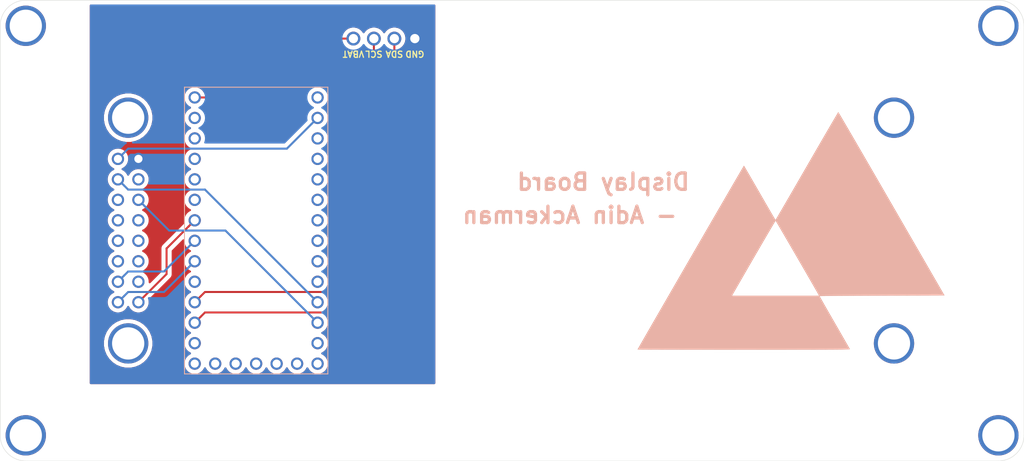
<source format=kicad_pcb>
(kicad_pcb (version 20171130) (host pcbnew "(5.1.5)-3")

  (general
    (thickness 1.6)
    (drawings 14)
    (tracks 37)
    (zones 0)
    (modules 8)
    (nets 44)
  )

  (page A4)
  (layers
    (0 F.Cu signal)
    (31 B.Cu signal)
    (32 B.Adhes user)
    (33 F.Adhes user)
    (34 B.Paste user)
    (35 F.Paste user)
    (36 B.SilkS user)
    (37 F.SilkS user)
    (38 B.Mask user)
    (39 F.Mask user)
    (40 Dwgs.User user)
    (41 Cmts.User user)
    (42 Eco1.User user)
    (43 Eco2.User user)
    (44 Edge.Cuts user)
    (45 Margin user)
    (46 B.CrtYd user)
    (47 F.CrtYd user)
    (48 B.Fab user)
    (49 F.Fab user)
  )

  (setup
    (last_trace_width 0.25)
    (trace_clearance 0.2)
    (zone_clearance 0.508)
    (zone_45_only no)
    (trace_min 0.2)
    (via_size 0.8)
    (via_drill 0.4)
    (via_min_size 0.4)
    (via_min_drill 0.3)
    (uvia_size 0.3)
    (uvia_drill 0.1)
    (uvias_allowed no)
    (uvia_min_size 0.2)
    (uvia_min_drill 0.1)
    (edge_width 0.05)
    (segment_width 0.2)
    (pcb_text_width 0.3)
    (pcb_text_size 1.5 1.5)
    (mod_edge_width 0.12)
    (mod_text_size 1 1)
    (mod_text_width 0.15)
    (pad_size 1.524 1.524)
    (pad_drill 0.762)
    (pad_to_mask_clearance 0.051)
    (solder_mask_min_width 0.25)
    (aux_axis_origin 0 0)
    (visible_elements 7FFFFFFF)
    (pcbplotparams
      (layerselection 0x010fc_ffffffff)
      (usegerberextensions false)
      (usegerberattributes false)
      (usegerberadvancedattributes false)
      (creategerberjobfile false)
      (excludeedgelayer true)
      (linewidth 0.100000)
      (plotframeref false)
      (viasonmask false)
      (mode 1)
      (useauxorigin false)
      (hpglpennumber 1)
      (hpglpenspeed 20)
      (hpglpendiameter 15.000000)
      (psnegative false)
      (psa4output false)
      (plotreference true)
      (plotvalue true)
      (plotinvisibletext false)
      (padsonsilk false)
      (subtractmaskfromsilk false)
      (outputformat 1)
      (mirror false)
      (drillshape 0)
      (scaleselection 1)
      (outputdirectory "Exports/"))
  )

  (net 0 "")
  (net 1 CS)
  (net 2 RST)
  (net 3 dc)
  (net 4 "Net-(D1-Pad13)")
  (net 5 "Net-(D1-Pad12)")
  (net 6 "Net-(D1-Pad11)")
  (net 7 "Net-(D1-Pad10)")
  (net 8 "Net-(D1-Pad9)")
  (net 9 "Net-(D1-Pad8)")
  (net 10 "Net-(D1-Pad7)")
  (net 11 "Net-(D1-Pad6)")
  (net 12 MOSI)
  (net 13 SCK)
  (net 14 "Net-(D1-Pad3)")
  (net 15 3v3)
  (net 16 GNDREF)
  (net 17 "Net-(MCU1-Pad33)")
  (net 18 "Net-(MCU1-Pad1)")
  (net 19 "Net-(MCU1-Pad2)")
  (net 20 "Net-(MCU1-Pad5)")
  (net 21 "Net-(MCU1-Pad9)")
  (net 22 "Net-(MCU1-Pad10)")
  (net 23 "Net-(MCU1-Pad11)")
  (net 24 "Net-(MCU1-Pad12)")
  (net 25 "Net-(MCU1-Pad13)")
  (net 26 "Net-(MCU1-Pad15)")
  (net 27 "Net-(MCU1-Pad16)")
  (net 28 "Net-(MCU1-Pad19)")
  (net 29 "Net-(MCU1-Pad20)")
  (net 30 "Net-(MCU1-Pad21)")
  (net 31 "Net-(MCU1-Pad22)")
  (net 32 "Net-(MCU1-Pad23)")
  (net 33 "Net-(MCU1-Pad24)")
  (net 34 "Net-(MCU1-Pad25)")
  (net 35 "Net-(MCU1-Pad26)")
  (net 36 "Net-(MCU1-Pad28)")
  (net 37 "Net-(MCU1-Pad29)")
  (net 38 "Net-(MCU1-Pad30)")
  (net 39 "Net-(MCU1-Pad31)")
  (net 40 "Net-(MCU1-Pad32)")
  (net 41 "Net-(J1-Pad1)")
  (net 42 SDA)
  (net 43 SCL)

  (net_class Default "This is the default net class."
    (clearance 0.2)
    (trace_width 0.25)
    (via_dia 0.8)
    (via_drill 0.4)
    (uvia_dia 0.3)
    (uvia_drill 0.1)
    (add_net 3v3)
    (add_net CS)
    (add_net GNDREF)
    (add_net MOSI)
    (add_net "Net-(D1-Pad10)")
    (add_net "Net-(D1-Pad11)")
    (add_net "Net-(D1-Pad12)")
    (add_net "Net-(D1-Pad13)")
    (add_net "Net-(D1-Pad3)")
    (add_net "Net-(D1-Pad6)")
    (add_net "Net-(D1-Pad7)")
    (add_net "Net-(D1-Pad8)")
    (add_net "Net-(D1-Pad9)")
    (add_net "Net-(J1-Pad1)")
    (add_net "Net-(MCU1-Pad1)")
    (add_net "Net-(MCU1-Pad10)")
    (add_net "Net-(MCU1-Pad11)")
    (add_net "Net-(MCU1-Pad12)")
    (add_net "Net-(MCU1-Pad13)")
    (add_net "Net-(MCU1-Pad15)")
    (add_net "Net-(MCU1-Pad16)")
    (add_net "Net-(MCU1-Pad19)")
    (add_net "Net-(MCU1-Pad2)")
    (add_net "Net-(MCU1-Pad20)")
    (add_net "Net-(MCU1-Pad21)")
    (add_net "Net-(MCU1-Pad22)")
    (add_net "Net-(MCU1-Pad23)")
    (add_net "Net-(MCU1-Pad24)")
    (add_net "Net-(MCU1-Pad25)")
    (add_net "Net-(MCU1-Pad26)")
    (add_net "Net-(MCU1-Pad28)")
    (add_net "Net-(MCU1-Pad29)")
    (add_net "Net-(MCU1-Pad30)")
    (add_net "Net-(MCU1-Pad31)")
    (add_net "Net-(MCU1-Pad32)")
    (add_net "Net-(MCU1-Pad33)")
    (add_net "Net-(MCU1-Pad5)")
    (add_net "Net-(MCU1-Pad9)")
    (add_net RST)
    (add_net SCK)
    (add_net SCL)
    (add_net SDA)
    (add_net dc)
  )

  (module "Logo:Logo Big" (layer B.Cu) (tedit 5EF277EB) (tstamp 5EF2CB02)
    (at 177.4825 95.25 180)
    (fp_text reference G*** (at 0 0) (layer B.SilkS) hide
      (effects (font (size 1.524 1.524) (thickness 0.3)) (justify mirror))
    )
    (fp_text value LOGO (at 0.75 0) (layer B.SilkS) hide
      (effects (font (size 1.524 1.524) (thickness 0.3)) (justify mirror))
    )
    (fp_poly (pts (xy -5.828869 14.657903) (xy -5.75122 14.530861) (xy -5.628443 14.325352) (xy -5.463329 14.04616)
      (xy -5.258668 13.698074) (xy -5.017251 13.285877) (xy -4.74187 12.814358) (xy -4.435316 12.2883)
      (xy -4.100378 11.712492) (xy -3.73985 11.091718) (xy -3.35652 10.430764) (xy -2.953181 9.734418)
      (xy -2.532623 9.007464) (xy -2.097637 8.25469) (xy -1.9558 8.009043) (xy -1.516983 7.249214)
      (xy -1.0919 6.51375) (xy -0.683329 5.80743) (xy -0.294047 5.135031) (xy 0.073167 4.501331)
      (xy 0.415538 3.911109) (xy 0.730286 3.369143) (xy 1.014636 2.88021) (xy 1.265809 2.449089)
      (xy 1.481029 2.080558) (xy 1.657517 1.779395) (xy 1.792497 1.550378) (xy 1.883191 1.398285)
      (xy 1.926822 1.327894) (xy 1.9304 1.323405) (xy 1.959158 1.366681) (xy 2.03454 1.491315)
      (xy 2.152601 1.690541) (xy 2.309401 1.957593) (xy 2.500998 2.285705) (xy 2.723449 2.668111)
      (xy 2.972814 3.098045) (xy 3.24515 3.568741) (xy 3.536515 4.073433) (xy 3.842968 4.605355)
      (xy 3.8862 4.680479) (xy 4.19468 5.216148) (xy 4.488767 5.72593) (xy 4.764498 6.203011)
      (xy 5.017911 6.640577) (xy 5.245043 7.031813) (xy 5.441932 7.369906) (xy 5.604615 7.648042)
      (xy 5.729131 7.859406) (xy 5.811516 7.997184) (xy 5.847808 8.054563) (xy 5.848947 8.055769)
      (xy 5.876044 8.013855) (xy 5.951336 7.888395) (xy 6.072244 7.683847) (xy 6.23619 7.40467)
      (xy 6.440592 7.05532) (xy 6.682872 6.640255) (xy 6.960452 6.163932) (xy 7.27075 5.63081)
      (xy 7.611188 5.045346) (xy 7.979187 4.411996) (xy 8.372166 3.73522) (xy 8.787548 3.019474)
      (xy 9.222752 2.269216) (xy 9.675199 1.488903) (xy 10.14231 0.682994) (xy 10.621505 -0.144055)
      (xy 11.110204 -0.987786) (xy 11.60583 -1.843741) (xy 12.105802 -2.707463) (xy 12.60754 -3.574493)
      (xy 13.108466 -4.440376) (xy 13.606 -5.300652) (xy 14.097563 -6.150865) (xy 14.580575 -6.986557)
      (xy 15.052457 -7.803271) (xy 15.51063 -8.596548) (xy 15.952514 -9.361932) (xy 16.37553 -10.094964)
      (xy 16.777098 -10.791187) (xy 17.154639 -11.446144) (xy 17.505575 -12.055377) (xy 17.827325 -12.614429)
      (xy 18.117309 -13.118841) (xy 18.37295 -13.564157) (xy 18.591667 -13.945919) (xy 18.77088 -14.259669)
      (xy 18.908012 -14.50095) (xy 19.000481 -14.665304) (xy 19.04571 -14.748273) (xy 19.05 -14.757742)
      (xy 18.999903 -14.759928) (xy 18.852428 -14.762063) (xy 18.611794 -14.764138) (xy 18.282224 -14.766147)
      (xy 17.867939 -14.768081) (xy 17.373159 -14.769932) (xy 16.802105 -14.771692) (xy 16.158999 -14.773353)
      (xy 15.448062 -14.774907) (xy 14.673514 -14.776345) (xy 13.839577 -14.777661) (xy 12.950473 -14.778845)
      (xy 12.010421 -14.779891) (xy 11.023643 -14.780789) (xy 9.994361 -14.781532) (xy 8.926795 -14.782112)
      (xy 7.825166 -14.78252) (xy 6.693696 -14.78275) (xy 5.861964 -14.7828) (xy 4.482819 -14.782753)
      (xy 3.201751 -14.782599) (xy 2.015239 -14.782319) (xy 0.919762 -14.781891) (xy -0.088204 -14.781295)
      (xy -1.012179 -14.780511) (xy -1.855686 -14.779519) (xy -2.622246 -14.778298) (xy -3.315382 -14.776828)
      (xy -3.938615 -14.775088) (xy -4.495468 -14.773059) (xy -4.989463 -14.770719) (xy -5.42412 -14.768049)
      (xy -5.802963 -14.765028) (xy -6.129513 -14.761636) (xy -6.407292 -14.757853) (xy -6.639823 -14.753658)
      (xy -6.830626 -14.749031) (xy -6.983224 -14.743951) (xy -7.10114 -14.738399) (xy -7.187894 -14.732354)
      (xy -7.247008 -14.725795) (xy -7.282006 -14.718702) (xy -7.296408 -14.711055) (xy -7.29692 -14.706834)
      (xy -7.267334 -14.651428) (xy -7.190954 -14.51514) (xy -7.071834 -14.305048) (xy -6.914025 -14.028231)
      (xy -6.721581 -13.691767) (xy -6.498557 -13.302734) (xy -6.249005 -12.868212) (xy -5.976978 -12.395277)
      (xy -5.68653 -11.89101) (xy -5.399185 -11.392763) (xy -5.096193 -10.867066) (xy -4.808783 -10.367167)
      (xy -4.540896 -9.899998) (xy -4.296475 -9.472491) (xy -4.079459 -9.091577) (xy -3.89379 -8.764189)
      (xy -3.74341 -8.497258) (xy -3.632259 -8.297717) (xy -3.564279 -8.172496) (xy -3.543297 -8.128628)
      (xy -3.594638 -8.125511) (xy -3.742057 -8.122173) (xy -3.980033 -8.11865) (xy -4.303045 -8.11498)
      (xy -4.705572 -8.111199) (xy -5.182093 -8.107343) (xy -5.727086 -8.103449) (xy -6.335031 -8.099555)
      (xy -7.000405 -8.095695) (xy -7.717689 -8.091908) (xy -8.48136 -8.08823) (xy -9.285897 -8.084696)
      (xy -10.12578 -8.081345) (xy -10.995486 -8.078212) (xy -11.298025 -8.0772) (xy -3.45701 -8.0772)
      (xy 7.317255 -8.0772) (xy 7.176527 -7.831905) (xy 6.787931 -7.155169) (xy 6.39332 -6.469104)
      (xy 5.995955 -5.779318) (xy 5.599101 -5.09142) (xy 5.20602 -4.411018) (xy 4.819974 -3.743721)
      (xy 4.444227 -3.095138) (xy 4.082042 -2.470877) (xy 3.736682 -1.876547) (xy 3.411409 -1.317756)
      (xy 3.109486 -0.800113) (xy 2.834176 -0.329226) (xy 2.588743 0.089295) (xy 2.376448 0.449843)
      (xy 2.200555 0.746809) (xy 2.064328 0.974584) (xy 1.971027 1.12756) (xy 1.923918 1.200128)
      (xy 1.918861 1.205481) (xy 1.890374 1.161463) (xy 1.815193 1.036502) (xy 1.69741 0.83765)
      (xy 1.541117 0.571963) (xy 1.350404 0.246492) (xy 1.129362 -0.131707) (xy 0.882083 -0.555581)
      (xy 0.612657 -1.018077) (xy 0.325176 -1.512141) (xy 0.02373 -2.030719) (xy -0.287589 -2.566757)
      (xy -0.60469 -3.113203) (xy -0.923483 -3.663001) (xy -1.239875 -4.209098) (xy -1.549777 -4.744442)
      (xy -1.849097 -5.261977) (xy -2.133744 -5.75465) (xy -2.399626 -6.215408) (xy -2.642654 -6.637197)
      (xy -2.858735 -7.012963) (xy -3.043779 -7.335653) (xy -3.193695 -7.598212) (xy -3.304391 -7.793588)
      (xy -3.371776 -7.914725) (xy -3.383965 -7.9375) (xy -3.45701 -8.0772) (xy -11.298025 -8.0772)
      (xy -19.040056 -8.0518) (xy -12.470326 3.3274) (xy -11.895977 4.321913) (xy -11.334725 5.293167)
      (xy -10.788698 6.2375) (xy -10.260024 7.151249) (xy -9.750833 8.030753) (xy -9.263253 8.872349)
      (xy -8.799413 9.672374) (xy -8.361443 10.427167) (xy -7.95147 11.133066) (xy -7.571624 11.786407)
      (xy -7.224034 12.383529) (xy -6.910828 12.920769) (xy -6.634135 13.394465) (xy -6.396085 13.800955)
      (xy -6.198805 14.136577) (xy -6.044426 14.397668) (xy -5.935075 14.580565) (xy -5.872881 14.681608)
      (xy -5.858598 14.701691) (xy -5.828869 14.657903)) (layer B.SilkS) (width 0.01))
  )

  (module SamacSys_Parts:HDRRA4W67P0X254_1X4_1016X254X241P (layer F.Cu) (tedit 5EE6BD2D) (tstamp 5EF2099C)
    (at 127 71.4375)
    (descr 10129379-904002BLF)
    (tags Connector)
    (path /5EF33EAF)
    (fp_text reference J1 (at 0 -2.54) (layer F.SilkS) hide
      (effects (font (size 1.27 1.27) (thickness 0.254)))
    )
    (fp_text value 10129379-904002BLF (at 0 5.08) (layer F.SilkS) hide
      (effects (font (size 1.27 1.27) (thickness 0.254)))
    )
    (fp_text user %R (at 0 -2.54) (layer F.Fab) hide
      (effects (font (size 1.27 1.27) (thickness 0.254)))
    )
    (pad 1 thru_hole circle (at -3.81 0) (size 1.725 1.725) (drill 1.15) (layers *.Cu *.Mask)
      (net 41 "Net-(J1-Pad1)"))
    (pad 3 thru_hole circle (at 1.27 0) (size 1.725 1.725) (drill 1.15) (layers *.Cu *.Mask)
      (net 42 SDA))
    (pad 2 thru_hole circle (at -1.27 0) (size 1.725 1.725) (drill 1.15) (layers *.Cu *.Mask)
      (net 43 SCL))
    (pad 4 thru_hole rect (at 3.81 0) (size 1.725 1.725) (drill 1.15) (layers *.Cu *.Mask)
      (net 16 GNDREF))
    (model M:\KiCAD\share\kicad\library\SamacSys_Parts.3dshapes\10129379-904002BLF.stp
      (offset (xyz -3.8 0 0))
      (scale (xyz 1 1 1))
      (rotate (xyz 0 0 0))
    )
  )

  (module MountingHole:MountingHole_4mm_Pad_Better (layer F.Cu) (tedit 5E9A8263) (tstamp 5EF20CFF)
    (at 203.2 120.65)
    (path /5EF3EADC)
    (fp_text reference H4 (at 0.127 -7.62) (layer F.SilkS) hide
      (effects (font (size 1 1) (thickness 0.15)))
    )
    (fp_text value MountingHole (at 0 -10.16) (layer F.Fab) hide
      (effects (font (size 1 1) (thickness 0.15)))
    )
    (pad "" thru_hole circle (at 0 0) (size 5 5) (drill 4) (layers *.Cu *.Mask))
  )

  (module MountingHole:MountingHole_4mm_Pad_Better (layer F.Cu) (tedit 5E9A8263) (tstamp 5EF20CFA)
    (at 203.2 69.85)
    (path /5EF3E960)
    (fp_text reference H3 (at 0.127 -7.62) (layer F.SilkS) hide
      (effects (font (size 1 1) (thickness 0.15)))
    )
    (fp_text value MountingHole (at 0 -10.16) (layer F.Fab) hide
      (effects (font (size 1 1) (thickness 0.15)))
    )
    (pad "" thru_hole circle (at 0 0) (size 5 5) (drill 4) (layers *.Cu *.Mask))
  )

  (module MountingHole:MountingHole_4mm_Pad_Better (layer F.Cu) (tedit 5E9A8263) (tstamp 5EF20CF5)
    (at 82.55 120.65)
    (path /5EF3E717)
    (fp_text reference H2 (at 0.127 -7.62) (layer F.SilkS) hide
      (effects (font (size 1 1) (thickness 0.15)))
    )
    (fp_text value MountingHole (at 0 -10.16) (layer F.Fab) hide
      (effects (font (size 1 1) (thickness 0.15)))
    )
    (pad "" thru_hole circle (at 0 0) (size 5 5) (drill 4) (layers *.Cu *.Mask))
  )

  (module MountingHole:MountingHole_4mm_Pad_Better (layer F.Cu) (tedit 5E9A8263) (tstamp 5EF20CF0)
    (at 82.55 69.85)
    (path /5EF3CE25)
    (fp_text reference H1 (at 0.127 -7.62) (layer F.SilkS) hide
      (effects (font (size 1 1) (thickness 0.15)))
    )
    (fp_text value MountingHole (at 0 -10.16) (layer F.Fab) hide
      (effects (font (size 1 1) (thickness 0.15)))
    )
    (pad "" thru_hole circle (at 0 0) (size 5 5) (drill 4) (layers *.Cu *.Mask))
  )

  (module Module:Adafruit_ItsyBitsy_M4 (layer B.Cu) (tedit 5EEADA5D) (tstamp 5EF20516)
    (at 111.125 95.25)
    (path /5EF26AA1)
    (fp_text reference MCU1 (at 0 19.05) (layer B.SilkS) hide
      (effects (font (size 1 1) (thickness 0.15)) (justify mirror))
    )
    (fp_text value ItsyBitzy_M4 (at 0 25.4) (layer B.Fab) hide
      (effects (font (size 1 1) (thickness 0.15)) (justify mirror))
    )
    (fp_line (start -8.89 17.78) (end 8.89 17.78) (layer B.SilkS) (width 0.12))
    (fp_line (start -8.89 -17.78) (end -8.89 17.78) (layer B.SilkS) (width 0.12))
    (fp_line (start 8.89 -17.78) (end -8.89 -17.78) (layer B.SilkS) (width 0.12))
    (fp_line (start 8.89 17.78) (end 8.89 -17.78) (layer B.SilkS) (width 0.12))
    (pad 33 thru_hole circle (at 5.08 16.51) (size 1.524 1.524) (drill 1.016) (layers *.Cu *.Mask)
      (net 17 "Net-(MCU1-Pad33)"))
    (pad 1 thru_hole circle (at -7.62 16.51) (size 1.524 1.524) (drill 1.016) (layers *.Cu *.Mask)
      (net 18 "Net-(MCU1-Pad1)"))
    (pad 2 thru_hole circle (at -7.62 13.97) (size 1.524 1.524) (drill 1.016) (layers *.Cu *.Mask)
      (net 19 "Net-(MCU1-Pad2)"))
    (pad 3 thru_hole circle (at -7.62 11.43) (size 1.524 1.524) (drill 1.016) (layers *.Cu *.Mask)
      (net 42 SDA))
    (pad 4 thru_hole circle (at -7.62 8.89) (size 1.524 1.524) (drill 1.016) (layers *.Cu *.Mask)
      (net 43 SCL))
    (pad 5 thru_hole circle (at -7.62 6.35) (size 1.524 1.524) (drill 1.016) (layers *.Cu *.Mask)
      (net 20 "Net-(MCU1-Pad5)"))
    (pad 6 thru_hole circle (at -7.62 3.81) (size 1.524 1.524) (drill 1.016) (layers *.Cu *.Mask)
      (net 1 CS))
    (pad 7 thru_hole circle (at -7.62 1.27) (size 1.524 1.524) (drill 1.016) (layers *.Cu *.Mask)
      (net 3 dc))
    (pad 8 thru_hole circle (at -7.62 -1.27) (size 1.524 1.524) (drill 1.016) (layers *.Cu *.Mask)
      (net 2 RST))
    (pad 9 thru_hole circle (at -7.62 -3.81) (size 1.524 1.524) (drill 1.016) (layers *.Cu *.Mask)
      (net 21 "Net-(MCU1-Pad9)"))
    (pad 10 thru_hole circle (at -7.62 -6.35) (size 1.524 1.524) (drill 1.016) (layers *.Cu *.Mask)
      (net 22 "Net-(MCU1-Pad10)"))
    (pad 11 thru_hole circle (at -7.62 -8.89) (size 1.524 1.524) (drill 1.016) (layers *.Cu *.Mask)
      (net 23 "Net-(MCU1-Pad11)"))
    (pad 12 thru_hole circle (at -7.62 -11.43) (size 1.524 1.524) (drill 1.016) (layers *.Cu *.Mask)
      (net 24 "Net-(MCU1-Pad12)"))
    (pad 13 thru_hole circle (at -7.62 -13.97) (size 1.524 1.524) (drill 1.016) (layers *.Cu *.Mask)
      (net 25 "Net-(MCU1-Pad13)"))
    (pad 14 thru_hole circle (at -7.62 -16.51) (size 1.524 1.524) (drill 1.016) (layers *.Cu *.Mask)
      (net 41 "Net-(J1-Pad1)"))
    (pad 15 thru_hole circle (at 7.62 16.51) (size 1.524 1.524) (drill 1.016) (layers *.Cu *.Mask)
      (net 26 "Net-(MCU1-Pad15)"))
    (pad 16 thru_hole circle (at 7.62 13.97) (size 1.524 1.524) (drill 1.016) (layers *.Cu *.Mask)
      (net 27 "Net-(MCU1-Pad16)"))
    (pad 17 thru_hole circle (at 7.62 11.43) (size 1.524 1.524) (drill 1.016) (layers *.Cu *.Mask)
      (net 12 MOSI))
    (pad 18 thru_hole circle (at 7.62 8.89) (size 1.524 1.524) (drill 1.016) (layers *.Cu *.Mask)
      (net 13 SCK))
    (pad 19 thru_hole circle (at 7.62 6.35) (size 1.524 1.524) (drill 1.016) (layers *.Cu *.Mask)
      (net 28 "Net-(MCU1-Pad19)"))
    (pad 20 thru_hole circle (at 7.62 3.81) (size 1.524 1.524) (drill 1.016) (layers *.Cu *.Mask)
      (net 29 "Net-(MCU1-Pad20)"))
    (pad 21 thru_hole circle (at 7.62 1.27) (size 1.524 1.524) (drill 1.016) (layers *.Cu *.Mask)
      (net 30 "Net-(MCU1-Pad21)"))
    (pad 22 thru_hole circle (at 7.62 -1.27) (size 1.524 1.524) (drill 1.016) (layers *.Cu *.Mask)
      (net 31 "Net-(MCU1-Pad22)"))
    (pad 23 thru_hole circle (at 7.62 -3.81) (size 1.524 1.524) (drill 1.016) (layers *.Cu *.Mask)
      (net 32 "Net-(MCU1-Pad23)"))
    (pad 24 thru_hole circle (at 7.62 -6.35) (size 1.524 1.524) (drill 1.016) (layers *.Cu *.Mask)
      (net 33 "Net-(MCU1-Pad24)"))
    (pad 25 thru_hole circle (at 7.62 -8.89) (size 1.524 1.524) (drill 1.016) (layers *.Cu *.Mask)
      (net 34 "Net-(MCU1-Pad25)"))
    (pad 26 thru_hole circle (at 7.62 -11.43) (size 1.524 1.524) (drill 1.016) (layers *.Cu *.Mask)
      (net 35 "Net-(MCU1-Pad26)"))
    (pad 27 thru_hole circle (at 7.62 -13.97) (size 1.524 1.524) (drill 1.016) (layers *.Cu *.Mask)
      (net 15 3v3))
    (pad 28 thru_hole circle (at 7.62 -16.51) (size 1.524 1.524) (drill 1.016) (layers *.Cu *.Mask)
      (net 36 "Net-(MCU1-Pad28)"))
    (pad 29 thru_hole circle (at -5.08 16.51) (size 1.524 1.524) (drill 1.016) (layers *.Cu *.Mask)
      (net 37 "Net-(MCU1-Pad29)"))
    (pad 30 thru_hole circle (at -2.54 16.51) (size 1.524 1.524) (drill 1.016) (layers *.Cu *.Mask)
      (net 38 "Net-(MCU1-Pad30)"))
    (pad 31 thru_hole circle (at 0 16.51) (size 1.524 1.524) (drill 1.016) (layers *.Cu *.Mask)
      (net 39 "Net-(MCU1-Pad31)"))
    (pad 32 thru_hole circle (at 2.54 16.51) (size 1.524 1.524) (drill 1.016) (layers *.Cu *.Mask)
      (net 40 "Net-(MCU1-Pad32)"))
    (model "${KILIBIFFY}/Adafruit ItsyBitsy M4 v2.step"
      (offset (xyz 8.9 -17.8 0))
      (scale (xyz 1 1 1))
      (rotate (xyz 0 0 -90))
    )
  )

  (module SamacSys_Parts:SSD1322 (layer F.Cu) (tedit 5EF19F46) (tstamp 5EF2CC2F)
    (at 95.25 95.25)
    (path /5EF2A030)
    (fp_text reference D1 (at 0 -19.05) (layer F.SilkS) hide
      (effects (font (size 1 1) (thickness 0.15)))
    )
    (fp_text value SSD1322 (at 0 -21.59) (layer F.Fab) hide
      (effects (font (size 1 1) (thickness 0.15)))
    )
    (fp_line (start 99.06 17.78) (end -3.81 17.78) (layer F.CrtYd) (width 0.12))
    (fp_line (start 99.06 -17.78) (end 99.06 17.78) (layer F.CrtYd) (width 0.12))
    (fp_line (start -3.81 -17.78) (end 99.06 -17.78) (layer F.CrtYd) (width 0.12))
    (fp_line (start -3.81 17.78) (end -3.81 -17.78) (layer F.CrtYd) (width 0.12))
    (pad 20 thru_hole circle (at 0 -14) (size 5 5) (drill 4) (layers *.Cu *.Mask))
    (pad 19 thru_hole circle (at 0 14) (size 5 5) (drill 4) (layers *.Cu *.Mask))
    (pad 18 thru_hole circle (at 95 14) (size 5 5) (drill 4) (layers *.Cu *.Mask))
    (pad 17 thru_hole circle (at 95 -14) (size 5 5) (drill 4) (layers *.Cu *.Mask))
    (pad 16 thru_hole circle (at -1.27 8.89) (size 1.524 1.524) (drill 1.016) (layers *.Cu *.Mask)
      (net 1 CS))
    (pad 15 thru_hole circle (at 1.27 8.89) (size 1.524 1.524) (drill 1.016) (layers *.Cu *.Mask)
      (net 2 RST))
    (pad 14 thru_hole circle (at -1.27 6.35) (size 1.524 1.524) (drill 1.016) (layers *.Cu *.Mask)
      (net 3 dc))
    (pad 13 thru_hole circle (at 1.27 6.35) (size 1.524 1.524) (drill 1.016) (layers *.Cu *.Mask)
      (net 4 "Net-(D1-Pad13)"))
    (pad 12 thru_hole circle (at -1.27 3.81) (size 1.524 1.524) (drill 1.016) (layers *.Cu *.Mask)
      (net 5 "Net-(D1-Pad12)"))
    (pad 11 thru_hole circle (at 1.27 3.81) (size 1.524 1.524) (drill 1.016) (layers *.Cu *.Mask)
      (net 6 "Net-(D1-Pad11)"))
    (pad 10 thru_hole circle (at -1.27 1.27) (size 1.524 1.524) (drill 1.016) (layers *.Cu *.Mask)
      (net 7 "Net-(D1-Pad10)"))
    (pad 9 thru_hole circle (at 1.27 1.27) (size 1.524 1.524) (drill 1.016) (layers *.Cu *.Mask)
      (net 8 "Net-(D1-Pad9)"))
    (pad 8 thru_hole circle (at -1.27 -1.27) (size 1.524 1.524) (drill 1.016) (layers *.Cu *.Mask)
      (net 9 "Net-(D1-Pad8)"))
    (pad 7 thru_hole circle (at 1.27 -1.27) (size 1.524 1.524) (drill 1.016) (layers *.Cu *.Mask)
      (net 10 "Net-(D1-Pad7)"))
    (pad 6 thru_hole circle (at -1.27 -3.81) (size 1.524 1.524) (drill 1.016) (layers *.Cu *.Mask)
      (net 11 "Net-(D1-Pad6)"))
    (pad 5 thru_hole circle (at 1.27 -3.81) (size 1.524 1.524) (drill 1.016) (layers *.Cu *.Mask)
      (net 12 MOSI))
    (pad 4 thru_hole circle (at -1.27 -6.35) (size 1.524 1.524) (drill 1.016) (layers *.Cu *.Mask)
      (net 13 SCK))
    (pad 3 thru_hole circle (at 1.27 -6.35) (size 1.524 1.524) (drill 1.016) (layers *.Cu *.Mask)
      (net 14 "Net-(D1-Pad3)"))
    (pad 2 thru_hole circle (at -1.27 -8.89) (size 1.524 1.524) (drill 1.016) (layers *.Cu *.Mask)
      (net 15 3v3))
    (pad 1 thru_hole circle (at 1.27 -8.89) (size 1.524 1.524) (drill 1.016) (layers *.Cu *.Mask)
      (net 16 GNDREF))
  )

  (gr_arc (start 203.2 69.85) (end 206.375 69.85) (angle -90) (layer Edge.Cuts) (width 0.05) (tstamp 5EF2DE18))
  (gr_arc (start 203.2 120.65) (end 203.2 123.825) (angle -90) (layer Edge.Cuts) (width 0.05) (tstamp 5EF2DE15))
  (gr_arc (start 82.55 120.65) (end 79.375 120.65) (angle -90) (layer Edge.Cuts) (width 0.05) (tstamp 5EF2DE12))
  (gr_arc (start 82.55 69.85) (end 82.55 66.675) (angle -90) (layer Edge.Cuts) (width 0.05))
  (gr_text GND (at 130.81 73.3425 180) (layer F.SilkS) (tstamp 5EF2DD14)
    (effects (font (size 0.762 0.762) (thickness 0.1524)))
  )
  (gr_text SDA (at 128.27 73.3425 180) (layer F.SilkS) (tstamp 5EF2DD09)
    (effects (font (size 0.762 0.762) (thickness 0.1524)))
  )
  (gr_text SCL (at 125.73 73.3425 180) (layer F.SilkS) (tstamp 5EF2DD05)
    (effects (font (size 0.762 0.762) (thickness 0.1524)))
  )
  (gr_text VBAT (at 123.19 73.3425 180) (layer F.SilkS)
    (effects (font (size 0.762 0.762) (thickness 0.1524)))
  )
  (gr_text " - Adin Ackerman" (at 165.1 93.345) (layer B.SilkS) (tstamp 5EF2CDC7)
    (effects (font (size 2.032 2.032) (thickness 0.4064)) (justify left mirror))
  )
  (gr_text "Display Board" (at 165.1 89.2175) (layer B.SilkS)
    (effects (font (size 2.032 2.032) (thickness 0.4064)) (justify left mirror))
  )
  (gr_line (start 203.2 123.825) (end 82.55 123.825) (layer Edge.Cuts) (width 0.05) (tstamp 5EF20ADC))
  (gr_line (start 206.375 69.85) (end 206.375 120.65) (layer Edge.Cuts) (width 0.05))
  (gr_line (start 82.55 66.675) (end 203.2 66.675) (layer Edge.Cuts) (width 0.05))
  (gr_line (start 79.375 120.65) (end 79.375 69.85) (layer Edge.Cuts) (width 0.05))

  (segment (start 95.25 102.87) (end 94.741999 103.378001) (width 0.25) (layer B.Cu) (net 1))
  (segment (start 94.741999 103.378001) (end 93.98 104.14) (width 0.25) (layer B.Cu) (net 1))
  (segment (start 103.505 99.06) (end 99.695 102.87) (width 0.25) (layer B.Cu) (net 1))
  (segment (start 99.695 102.87) (end 95.25 102.87) (width 0.25) (layer B.Cu) (net 1))
  (segment (start 102.743001 94.741999) (end 103.505 93.98) (width 0.25) (layer F.Cu) (net 2))
  (segment (start 100.0125 97.4725) (end 102.743001 94.741999) (width 0.25) (layer F.Cu) (net 2))
  (segment (start 96.52 104.14) (end 100.0125 100.6475) (width 0.25) (layer F.Cu) (net 2))
  (segment (start 100.0125 100.6475) (end 100.0125 97.4725) (width 0.25) (layer F.Cu) (net 2))
  (segment (start 94.741999 100.838001) (end 93.98 101.6) (width 0.25) (layer B.Cu) (net 3))
  (segment (start 95.25 100.33) (end 94.741999 100.838001) (width 0.25) (layer B.Cu) (net 3))
  (segment (start 103.505 96.52) (end 99.695 100.33) (width 0.25) (layer B.Cu) (net 3))
  (segment (start 99.695 100.33) (end 95.25 100.33) (width 0.25) (layer B.Cu) (net 3))
  (segment (start 97.281999 92.201999) (end 96.52 91.44) (width 0.25) (layer B.Cu) (net 12))
  (segment (start 118.745 106.68) (end 107.315 95.25) (width 0.25) (layer B.Cu) (net 12))
  (segment (start 100.33 95.25) (end 97.281999 92.201999) (width 0.25) (layer B.Cu) (net 12))
  (segment (start 107.315 95.25) (end 100.33 95.25) (width 0.25) (layer B.Cu) (net 12))
  (segment (start 95.25 90.17) (end 94.741999 89.661999) (width 0.25) (layer B.Cu) (net 13))
  (segment (start 94.741999 89.661999) (end 93.98 88.9) (width 0.25) (layer B.Cu) (net 13))
  (segment (start 118.745 104.14) (end 104.775 90.17) (width 0.25) (layer B.Cu) (net 13))
  (segment (start 104.775 90.17) (end 95.25 90.17) (width 0.25) (layer B.Cu) (net 13))
  (segment (start 117.983001 82.041999) (end 118.745 81.28) (width 0.25) (layer B.Cu) (net 15))
  (segment (start 114.935 85.09) (end 117.983001 82.041999) (width 0.25) (layer B.Cu) (net 15))
  (segment (start 93.98 86.36) (end 95.25 85.09) (width 0.25) (layer B.Cu) (net 15))
  (segment (start 95.25 85.09) (end 114.935 85.09) (width 0.25) (layer B.Cu) (net 15))
  (segment (start 111.125 78.74) (end 103.505 78.74) (width 0.25) (layer F.Cu) (net 41))
  (segment (start 123.19 71.4375) (end 118.4275 71.4375) (width 0.25) (layer F.Cu) (net 41))
  (segment (start 118.4275 71.4375) (end 111.125 78.74) (width 0.25) (layer F.Cu) (net 41))
  (segment (start 104.266999 105.918001) (end 103.505 106.68) (width 0.25) (layer F.Cu) (net 42))
  (segment (start 104.775 105.41) (end 104.266999 105.918001) (width 0.25) (layer F.Cu) (net 42))
  (segment (start 120.015 105.41) (end 104.775 105.41) (width 0.25) (layer F.Cu) (net 42))
  (segment (start 128.27 71.4375) (end 128.27 97.155) (width 0.25) (layer F.Cu) (net 42))
  (segment (start 128.27 97.155) (end 120.015 105.41) (width 0.25) (layer F.Cu) (net 42))
  (segment (start 104.266999 103.378001) (end 103.505 104.14) (width 0.25) (layer F.Cu) (net 43))
  (segment (start 104.775 102.87) (end 104.266999 103.378001) (width 0.25) (layer F.Cu) (net 43))
  (segment (start 120.015 102.87) (end 104.775 102.87) (width 0.25) (layer F.Cu) (net 43))
  (segment (start 125.73 71.4375) (end 125.73 97.155) (width 0.25) (layer F.Cu) (net 43))
  (segment (start 125.73 97.155) (end 120.015 102.87) (width 0.25) (layer F.Cu) (net 43))

  (zone (net 16) (net_name GNDREF) (layer F.Cu) (tstamp 5EF2DCF8) (hatch edge 0.508)
    (connect_pads yes (clearance 0.508))
    (min_thickness 0.254)
    (fill yes (arc_segments 32) (thermal_gap 0.508) (thermal_bridge_width 0.508))
    (polygon
      (pts
        (xy 133.35 114.3) (xy 90.4875 114.3) (xy 90.4875 66.675) (xy 133.35 66.675)
      )
    )
    (filled_polygon
      (pts
        (xy 133.223 114.173) (xy 90.6145 114.173) (xy 90.6145 108.941229) (xy 92.115 108.941229) (xy 92.115 109.558771)
        (xy 92.235476 110.164446) (xy 92.471799 110.734979) (xy 92.814886 111.248446) (xy 93.251554 111.685114) (xy 93.765021 112.028201)
        (xy 94.335554 112.264524) (xy 94.941229 112.385) (xy 95.558771 112.385) (xy 96.164446 112.264524) (xy 96.734979 112.028201)
        (xy 97.248446 111.685114) (xy 97.685114 111.248446) (xy 98.028201 110.734979) (xy 98.264524 110.164446) (xy 98.385 109.558771)
        (xy 98.385 108.941229) (xy 98.264524 108.335554) (xy 98.028201 107.765021) (xy 97.685114 107.251554) (xy 97.248446 106.814886)
        (xy 96.734979 106.471799) (xy 96.164446 106.235476) (xy 95.558771 106.115) (xy 94.941229 106.115) (xy 94.335554 106.235476)
        (xy 93.765021 106.471799) (xy 93.251554 106.814886) (xy 92.814886 107.251554) (xy 92.471799 107.765021) (xy 92.235476 108.335554)
        (xy 92.115 108.941229) (xy 90.6145 108.941229) (xy 90.6145 86.222408) (xy 92.583 86.222408) (xy 92.583 86.497592)
        (xy 92.636686 86.76749) (xy 92.741995 87.021727) (xy 92.89488 87.250535) (xy 93.089465 87.44512) (xy 93.318273 87.598005)
        (xy 93.395515 87.63) (xy 93.318273 87.661995) (xy 93.089465 87.81488) (xy 92.89488 88.009465) (xy 92.741995 88.238273)
        (xy 92.636686 88.49251) (xy 92.583 88.762408) (xy 92.583 89.037592) (xy 92.636686 89.30749) (xy 92.741995 89.561727)
        (xy 92.89488 89.790535) (xy 93.089465 89.98512) (xy 93.318273 90.138005) (xy 93.395515 90.17) (xy 93.318273 90.201995)
        (xy 93.089465 90.35488) (xy 92.89488 90.549465) (xy 92.741995 90.778273) (xy 92.636686 91.03251) (xy 92.583 91.302408)
        (xy 92.583 91.577592) (xy 92.636686 91.84749) (xy 92.741995 92.101727) (xy 92.89488 92.330535) (xy 93.089465 92.52512)
        (xy 93.318273 92.678005) (xy 93.395515 92.71) (xy 93.318273 92.741995) (xy 93.089465 92.89488) (xy 92.89488 93.089465)
        (xy 92.741995 93.318273) (xy 92.636686 93.57251) (xy 92.583 93.842408) (xy 92.583 94.117592) (xy 92.636686 94.38749)
        (xy 92.741995 94.641727) (xy 92.89488 94.870535) (xy 93.089465 95.06512) (xy 93.318273 95.218005) (xy 93.395515 95.25)
        (xy 93.318273 95.281995) (xy 93.089465 95.43488) (xy 92.89488 95.629465) (xy 92.741995 95.858273) (xy 92.636686 96.11251)
        (xy 92.583 96.382408) (xy 92.583 96.657592) (xy 92.636686 96.92749) (xy 92.741995 97.181727) (xy 92.89488 97.410535)
        (xy 93.089465 97.60512) (xy 93.318273 97.758005) (xy 93.395515 97.79) (xy 93.318273 97.821995) (xy 93.089465 97.97488)
        (xy 92.89488 98.169465) (xy 92.741995 98.398273) (xy 92.636686 98.65251) (xy 92.583 98.922408) (xy 92.583 99.197592)
        (xy 92.636686 99.46749) (xy 92.741995 99.721727) (xy 92.89488 99.950535) (xy 93.089465 100.14512) (xy 93.318273 100.298005)
        (xy 93.395515 100.33) (xy 93.318273 100.361995) (xy 93.089465 100.51488) (xy 92.89488 100.709465) (xy 92.741995 100.938273)
        (xy 92.636686 101.19251) (xy 92.583 101.462408) (xy 92.583 101.737592) (xy 92.636686 102.00749) (xy 92.741995 102.261727)
        (xy 92.89488 102.490535) (xy 93.089465 102.68512) (xy 93.318273 102.838005) (xy 93.395515 102.87) (xy 93.318273 102.901995)
        (xy 93.089465 103.05488) (xy 92.89488 103.249465) (xy 92.741995 103.478273) (xy 92.636686 103.73251) (xy 92.583 104.002408)
        (xy 92.583 104.277592) (xy 92.636686 104.54749) (xy 92.741995 104.801727) (xy 92.89488 105.030535) (xy 93.089465 105.22512)
        (xy 93.318273 105.378005) (xy 93.57251 105.483314) (xy 93.842408 105.537) (xy 94.117592 105.537) (xy 94.38749 105.483314)
        (xy 94.641727 105.378005) (xy 94.870535 105.22512) (xy 95.06512 105.030535) (xy 95.218005 104.801727) (xy 95.25 104.724485)
        (xy 95.281995 104.801727) (xy 95.43488 105.030535) (xy 95.629465 105.22512) (xy 95.858273 105.378005) (xy 96.11251 105.483314)
        (xy 96.382408 105.537) (xy 96.657592 105.537) (xy 96.92749 105.483314) (xy 97.181727 105.378005) (xy 97.410535 105.22512)
        (xy 97.60512 105.030535) (xy 97.758005 104.801727) (xy 97.863314 104.54749) (xy 97.917 104.277592) (xy 97.917 104.002408)
        (xy 97.886372 103.848429) (xy 100.523504 101.211298) (xy 100.552501 101.187501) (xy 100.647474 101.071776) (xy 100.718046 100.939747)
        (xy 100.761503 100.796486) (xy 100.7725 100.684833) (xy 100.7725 100.684823) (xy 100.776176 100.6475) (xy 100.7725 100.610177)
        (xy 100.7725 97.787301) (xy 102.108 96.451802) (xy 102.108 96.657592) (xy 102.161686 96.92749) (xy 102.266995 97.181727)
        (xy 102.41988 97.410535) (xy 102.614465 97.60512) (xy 102.843273 97.758005) (xy 102.920515 97.79) (xy 102.843273 97.821995)
        (xy 102.614465 97.97488) (xy 102.41988 98.169465) (xy 102.266995 98.398273) (xy 102.161686 98.65251) (xy 102.108 98.922408)
        (xy 102.108 99.197592) (xy 102.161686 99.46749) (xy 102.266995 99.721727) (xy 102.41988 99.950535) (xy 102.614465 100.14512)
        (xy 102.843273 100.298005) (xy 102.920515 100.33) (xy 102.843273 100.361995) (xy 102.614465 100.51488) (xy 102.41988 100.709465)
        (xy 102.266995 100.938273) (xy 102.161686 101.19251) (xy 102.108 101.462408) (xy 102.108 101.737592) (xy 102.161686 102.00749)
        (xy 102.266995 102.261727) (xy 102.41988 102.490535) (xy 102.614465 102.68512) (xy 102.843273 102.838005) (xy 102.920515 102.87)
        (xy 102.843273 102.901995) (xy 102.614465 103.05488) (xy 102.41988 103.249465) (xy 102.266995 103.478273) (xy 102.161686 103.73251)
        (xy 102.108 104.002408) (xy 102.108 104.277592) (xy 102.161686 104.54749) (xy 102.266995 104.801727) (xy 102.41988 105.030535)
        (xy 102.614465 105.22512) (xy 102.843273 105.378005) (xy 102.920515 105.41) (xy 102.843273 105.441995) (xy 102.614465 105.59488)
        (xy 102.41988 105.789465) (xy 102.266995 106.018273) (xy 102.161686 106.27251) (xy 102.108 106.542408) (xy 102.108 106.817592)
        (xy 102.161686 107.08749) (xy 102.266995 107.341727) (xy 102.41988 107.570535) (xy 102.614465 107.76512) (xy 102.843273 107.918005)
        (xy 102.920515 107.95) (xy 102.843273 107.981995) (xy 102.614465 108.13488) (xy 102.41988 108.329465) (xy 102.266995 108.558273)
        (xy 102.161686 108.81251) (xy 102.108 109.082408) (xy 102.108 109.357592) (xy 102.161686 109.62749) (xy 102.266995 109.881727)
        (xy 102.41988 110.110535) (xy 102.614465 110.30512) (xy 102.843273 110.458005) (xy 102.920515 110.49) (xy 102.843273 110.521995)
        (xy 102.614465 110.67488) (xy 102.41988 110.869465) (xy 102.266995 111.098273) (xy 102.161686 111.35251) (xy 102.108 111.622408)
        (xy 102.108 111.897592) (xy 102.161686 112.16749) (xy 102.266995 112.421727) (xy 102.41988 112.650535) (xy 102.614465 112.84512)
        (xy 102.843273 112.998005) (xy 103.09751 113.103314) (xy 103.367408 113.157) (xy 103.642592 113.157) (xy 103.91249 113.103314)
        (xy 104.166727 112.998005) (xy 104.395535 112.84512) (xy 104.59012 112.650535) (xy 104.743005 112.421727) (xy 104.775 112.344485)
        (xy 104.806995 112.421727) (xy 104.95988 112.650535) (xy 105.154465 112.84512) (xy 105.383273 112.998005) (xy 105.63751 113.103314)
        (xy 105.907408 113.157) (xy 106.182592 113.157) (xy 106.45249 113.103314) (xy 106.706727 112.998005) (xy 106.935535 112.84512)
        (xy 107.13012 112.650535) (xy 107.283005 112.421727) (xy 107.315 112.344485) (xy 107.346995 112.421727) (xy 107.49988 112.650535)
        (xy 107.694465 112.84512) (xy 107.923273 112.998005) (xy 108.17751 113.103314) (xy 108.447408 113.157) (xy 108.722592 113.157)
        (xy 108.99249 113.103314) (xy 109.246727 112.998005) (xy 109.475535 112.84512) (xy 109.67012 112.650535) (xy 109.823005 112.421727)
        (xy 109.855 112.344485) (xy 109.886995 112.421727) (xy 110.03988 112.650535) (xy 110.234465 112.84512) (xy 110.463273 112.998005)
        (xy 110.71751 113.103314) (xy 110.987408 113.157) (xy 111.262592 113.157) (xy 111.53249 113.103314) (xy 111.786727 112.998005)
        (xy 112.015535 112.84512) (xy 112.21012 112.650535) (xy 112.363005 112.421727) (xy 112.395 112.344485) (xy 112.426995 112.421727)
        (xy 112.57988 112.650535) (xy 112.774465 112.84512) (xy 113.003273 112.998005) (xy 113.25751 113.103314) (xy 113.527408 113.157)
        (xy 113.802592 113.157) (xy 114.07249 113.103314) (xy 114.326727 112.998005) (xy 114.555535 112.84512) (xy 114.75012 112.650535)
        (xy 114.903005 112.421727) (xy 114.935 112.344485) (xy 114.966995 112.421727) (xy 115.11988 112.650535) (xy 115.314465 112.84512)
        (xy 115.543273 112.998005) (xy 115.79751 113.103314) (xy 116.067408 113.157) (xy 116.342592 113.157) (xy 116.61249 113.103314)
        (xy 116.866727 112.998005) (xy 117.095535 112.84512) (xy 117.29012 112.650535) (xy 117.443005 112.421727) (xy 117.475 112.344485)
        (xy 117.506995 112.421727) (xy 117.65988 112.650535) (xy 117.854465 112.84512) (xy 118.083273 112.998005) (xy 118.33751 113.103314)
        (xy 118.607408 113.157) (xy 118.882592 113.157) (xy 119.15249 113.103314) (xy 119.406727 112.998005) (xy 119.635535 112.84512)
        (xy 119.83012 112.650535) (xy 119.983005 112.421727) (xy 120.088314 112.16749) (xy 120.142 111.897592) (xy 120.142 111.622408)
        (xy 120.088314 111.35251) (xy 119.983005 111.098273) (xy 119.83012 110.869465) (xy 119.635535 110.67488) (xy 119.406727 110.521995)
        (xy 119.329485 110.49) (xy 119.406727 110.458005) (xy 119.635535 110.30512) (xy 119.83012 110.110535) (xy 119.983005 109.881727)
        (xy 120.088314 109.62749) (xy 120.142 109.357592) (xy 120.142 109.082408) (xy 120.088314 108.81251) (xy 119.983005 108.558273)
        (xy 119.83012 108.329465) (xy 119.635535 108.13488) (xy 119.406727 107.981995) (xy 119.329485 107.95) (xy 119.406727 107.918005)
        (xy 119.635535 107.76512) (xy 119.83012 107.570535) (xy 119.983005 107.341727) (xy 120.088314 107.08749) (xy 120.142 106.817592)
        (xy 120.142 106.542408) (xy 120.088314 106.27251) (xy 120.046106 106.170612) (xy 120.052322 106.17) (xy 120.052333 106.17)
        (xy 120.163986 106.159003) (xy 120.307247 106.115546) (xy 120.439276 106.044974) (xy 120.555001 105.950001) (xy 120.578804 105.920997)
        (xy 128.781003 97.718799) (xy 128.810001 97.695001) (xy 128.870334 97.621485) (xy 128.904974 97.579277) (xy 128.975546 97.447247)
        (xy 128.986682 97.410535) (xy 129.019003 97.303986) (xy 129.03 97.192333) (xy 129.03 97.192323) (xy 129.033676 97.155)
        (xy 129.03 97.117677) (xy 129.03 72.730712) (xy 129.224601 72.600684) (xy 129.433184 72.392101) (xy 129.597067 72.146832)
        (xy 129.709952 71.874305) (xy 129.7675 71.584991) (xy 129.7675 71.290009) (xy 129.709952 71.000695) (xy 129.597067 70.728168)
        (xy 129.433184 70.482899) (xy 129.224601 70.274316) (xy 128.979332 70.110433) (xy 128.706805 69.997548) (xy 128.417491 69.94)
        (xy 128.122509 69.94) (xy 127.833195 69.997548) (xy 127.560668 70.110433) (xy 127.315399 70.274316) (xy 127.106816 70.482899)
        (xy 127 70.642761) (xy 126.893184 70.482899) (xy 126.684601 70.274316) (xy 126.439332 70.110433) (xy 126.166805 69.997548)
        (xy 125.877491 69.94) (xy 125.582509 69.94) (xy 125.293195 69.997548) (xy 125.020668 70.110433) (xy 124.775399 70.274316)
        (xy 124.566816 70.482899) (xy 124.46 70.642761) (xy 124.353184 70.482899) (xy 124.144601 70.274316) (xy 123.899332 70.110433)
        (xy 123.626805 69.997548) (xy 123.337491 69.94) (xy 123.042509 69.94) (xy 122.753195 69.997548) (xy 122.480668 70.110433)
        (xy 122.235399 70.274316) (xy 122.026816 70.482899) (xy 121.896788 70.6775) (xy 118.464833 70.6775) (xy 118.4275 70.673823)
        (xy 118.390167 70.6775) (xy 118.278514 70.688497) (xy 118.135253 70.731954) (xy 118.003224 70.802526) (xy 117.887499 70.897499)
        (xy 117.863701 70.926497) (xy 110.810199 77.98) (xy 104.677341 77.98) (xy 104.59012 77.849465) (xy 104.395535 77.65488)
        (xy 104.166727 77.501995) (xy 103.91249 77.396686) (xy 103.642592 77.343) (xy 103.367408 77.343) (xy 103.09751 77.396686)
        (xy 102.843273 77.501995) (xy 102.614465 77.65488) (xy 102.41988 77.849465) (xy 102.266995 78.078273) (xy 102.161686 78.33251)
        (xy 102.108 78.602408) (xy 102.108 78.877592) (xy 102.161686 79.14749) (xy 102.266995 79.401727) (xy 102.41988 79.630535)
        (xy 102.614465 79.82512) (xy 102.843273 79.978005) (xy 102.920515 80.01) (xy 102.843273 80.041995) (xy 102.614465 80.19488)
        (xy 102.41988 80.389465) (xy 102.266995 80.618273) (xy 102.161686 80.87251) (xy 102.108 81.142408) (xy 102.108 81.417592)
        (xy 102.161686 81.68749) (xy 102.266995 81.941727) (xy 102.41988 82.170535) (xy 102.614465 82.36512) (xy 102.843273 82.518005)
        (xy 102.920515 82.55) (xy 102.843273 82.581995) (xy 102.614465 82.73488) (xy 102.41988 82.929465) (xy 102.266995 83.158273)
        (xy 102.161686 83.41251) (xy 102.108 83.682408) (xy 102.108 83.957592) (xy 102.161686 84.22749) (xy 102.266995 84.481727)
        (xy 102.41988 84.710535) (xy 102.614465 84.90512) (xy 102.843273 85.058005) (xy 102.920515 85.09) (xy 102.843273 85.121995)
        (xy 102.614465 85.27488) (xy 102.41988 85.469465) (xy 102.266995 85.698273) (xy 102.161686 85.95251) (xy 102.108 86.222408)
        (xy 102.108 86.497592) (xy 102.161686 86.76749) (xy 102.266995 87.021727) (xy 102.41988 87.250535) (xy 102.614465 87.44512)
        (xy 102.843273 87.598005) (xy 102.920515 87.63) (xy 102.843273 87.661995) (xy 102.614465 87.81488) (xy 102.41988 88.009465)
        (xy 102.266995 88.238273) (xy 102.161686 88.49251) (xy 102.108 88.762408) (xy 102.108 89.037592) (xy 102.161686 89.30749)
        (xy 102.266995 89.561727) (xy 102.41988 89.790535) (xy 102.614465 89.98512) (xy 102.843273 90.138005) (xy 102.920515 90.17)
        (xy 102.843273 90.201995) (xy 102.614465 90.35488) (xy 102.41988 90.549465) (xy 102.266995 90.778273) (xy 102.161686 91.03251)
        (xy 102.108 91.302408) (xy 102.108 91.577592) (xy 102.161686 91.84749) (xy 102.266995 92.101727) (xy 102.41988 92.330535)
        (xy 102.614465 92.52512) (xy 102.843273 92.678005) (xy 102.920515 92.71) (xy 102.843273 92.741995) (xy 102.614465 92.89488)
        (xy 102.41988 93.089465) (xy 102.266995 93.318273) (xy 102.161686 93.57251) (xy 102.108 93.842408) (xy 102.108 94.117592)
        (xy 102.138628 94.27157) (xy 99.501498 96.908701) (xy 99.4725 96.932499) (xy 99.448702 96.961497) (xy 99.448701 96.961498)
        (xy 99.377526 97.048224) (xy 99.306954 97.180254) (xy 99.263498 97.323515) (xy 99.248824 97.4725) (xy 99.252501 97.509832)
        (xy 99.2525 100.332698) (xy 97.917 101.668198) (xy 97.917 101.462408) (xy 97.863314 101.19251) (xy 97.758005 100.938273)
        (xy 97.60512 100.709465) (xy 97.410535 100.51488) (xy 97.181727 100.361995) (xy 97.104485 100.33) (xy 97.181727 100.298005)
        (xy 97.410535 100.14512) (xy 97.60512 99.950535) (xy 97.758005 99.721727) (xy 97.863314 99.46749) (xy 97.917 99.197592)
        (xy 97.917 98.922408) (xy 97.863314 98.65251) (xy 97.758005 98.398273) (xy 97.60512 98.169465) (xy 97.410535 97.97488)
        (xy 97.181727 97.821995) (xy 97.104485 97.79) (xy 97.181727 97.758005) (xy 97.410535 97.60512) (xy 97.60512 97.410535)
        (xy 97.758005 97.181727) (xy 97.863314 96.92749) (xy 97.917 96.657592) (xy 97.917 96.382408) (xy 97.863314 96.11251)
        (xy 97.758005 95.858273) (xy 97.60512 95.629465) (xy 97.410535 95.43488) (xy 97.181727 95.281995) (xy 97.104485 95.25)
        (xy 97.181727 95.218005) (xy 97.410535 95.06512) (xy 97.60512 94.870535) (xy 97.758005 94.641727) (xy 97.863314 94.38749)
        (xy 97.917 94.117592) (xy 97.917 93.842408) (xy 97.863314 93.57251) (xy 97.758005 93.318273) (xy 97.60512 93.089465)
        (xy 97.410535 92.89488) (xy 97.181727 92.741995) (xy 97.104485 92.71) (xy 97.181727 92.678005) (xy 97.410535 92.52512)
        (xy 97.60512 92.330535) (xy 97.758005 92.101727) (xy 97.863314 91.84749) (xy 97.917 91.577592) (xy 97.917 91.302408)
        (xy 97.863314 91.03251) (xy 97.758005 90.778273) (xy 97.60512 90.549465) (xy 97.410535 90.35488) (xy 97.181727 90.201995)
        (xy 97.104485 90.17) (xy 97.181727 90.138005) (xy 97.410535 89.98512) (xy 97.60512 89.790535) (xy 97.758005 89.561727)
        (xy 97.863314 89.30749) (xy 97.917 89.037592) (xy 97.917 88.762408) (xy 97.863314 88.49251) (xy 97.758005 88.238273)
        (xy 97.60512 88.009465) (xy 97.410535 87.81488) (xy 97.181727 87.661995) (xy 96.92749 87.556686) (xy 96.657592 87.503)
        (xy 96.382408 87.503) (xy 96.11251 87.556686) (xy 95.858273 87.661995) (xy 95.629465 87.81488) (xy 95.43488 88.009465)
        (xy 95.281995 88.238273) (xy 95.25 88.315515) (xy 95.218005 88.238273) (xy 95.06512 88.009465) (xy 94.870535 87.81488)
        (xy 94.641727 87.661995) (xy 94.564485 87.63) (xy 94.641727 87.598005) (xy 94.870535 87.44512) (xy 95.06512 87.250535)
        (xy 95.218005 87.021727) (xy 95.323314 86.76749) (xy 95.377 86.497592) (xy 95.377 86.222408) (xy 95.323314 85.95251)
        (xy 95.218005 85.698273) (xy 95.06512 85.469465) (xy 94.870535 85.27488) (xy 94.641727 85.121995) (xy 94.38749 85.016686)
        (xy 94.117592 84.963) (xy 93.842408 84.963) (xy 93.57251 85.016686) (xy 93.318273 85.121995) (xy 93.089465 85.27488)
        (xy 92.89488 85.469465) (xy 92.741995 85.698273) (xy 92.636686 85.95251) (xy 92.583 86.222408) (xy 90.6145 86.222408)
        (xy 90.6145 80.941229) (xy 92.115 80.941229) (xy 92.115 81.558771) (xy 92.235476 82.164446) (xy 92.471799 82.734979)
        (xy 92.814886 83.248446) (xy 93.251554 83.685114) (xy 93.765021 84.028201) (xy 94.335554 84.264524) (xy 94.941229 84.385)
        (xy 95.558771 84.385) (xy 96.164446 84.264524) (xy 96.734979 84.028201) (xy 97.248446 83.685114) (xy 97.685114 83.248446)
        (xy 98.028201 82.734979) (xy 98.264524 82.164446) (xy 98.385 81.558771) (xy 98.385 80.941229) (xy 98.264524 80.335554)
        (xy 98.028201 79.765021) (xy 97.685114 79.251554) (xy 97.248446 78.814886) (xy 96.734979 78.471799) (xy 96.164446 78.235476)
        (xy 95.558771 78.115) (xy 94.941229 78.115) (xy 94.335554 78.235476) (xy 93.765021 78.471799) (xy 93.251554 78.814886)
        (xy 92.814886 79.251554) (xy 92.471799 79.765021) (xy 92.235476 80.335554) (xy 92.115 80.941229) (xy 90.6145 80.941229)
        (xy 90.6145 67.335) (xy 133.223 67.335)
      )
    )
  )
  (zone (net 16) (net_name GNDREF) (layer B.Cu) (tstamp 5EF2DCF5) (hatch edge 0.508)
    (connect_pads yes (clearance 0.508))
    (min_thickness 0.254)
    (fill yes (arc_segments 32) (thermal_gap 0.508) (thermal_bridge_width 0.508))
    (polygon
      (pts
        (xy 133.35 114.3) (xy 90.4875 114.3) (xy 90.4875 66.675) (xy 133.35 66.675)
      )
    )
    (filled_polygon
      (pts
        (xy 133.223 114.173) (xy 90.6145 114.173) (xy 90.6145 108.941229) (xy 92.115 108.941229) (xy 92.115 109.558771)
        (xy 92.235476 110.164446) (xy 92.471799 110.734979) (xy 92.814886 111.248446) (xy 93.251554 111.685114) (xy 93.765021 112.028201)
        (xy 94.335554 112.264524) (xy 94.941229 112.385) (xy 95.558771 112.385) (xy 96.164446 112.264524) (xy 96.734979 112.028201)
        (xy 97.248446 111.685114) (xy 97.685114 111.248446) (xy 98.028201 110.734979) (xy 98.264524 110.164446) (xy 98.385 109.558771)
        (xy 98.385 108.941229) (xy 98.264524 108.335554) (xy 98.028201 107.765021) (xy 97.685114 107.251554) (xy 97.248446 106.814886)
        (xy 96.734979 106.471799) (xy 96.164446 106.235476) (xy 95.558771 106.115) (xy 94.941229 106.115) (xy 94.335554 106.235476)
        (xy 93.765021 106.471799) (xy 93.251554 106.814886) (xy 92.814886 107.251554) (xy 92.471799 107.765021) (xy 92.235476 108.335554)
        (xy 92.115 108.941229) (xy 90.6145 108.941229) (xy 90.6145 80.941229) (xy 92.115 80.941229) (xy 92.115 81.558771)
        (xy 92.235476 82.164446) (xy 92.471799 82.734979) (xy 92.814886 83.248446) (xy 93.251554 83.685114) (xy 93.765021 84.028201)
        (xy 94.335554 84.264524) (xy 94.941229 84.385) (xy 94.956732 84.385) (xy 94.825724 84.455026) (xy 94.709999 84.549999)
        (xy 94.686201 84.578997) (xy 94.27157 84.993628) (xy 94.117592 84.963) (xy 93.842408 84.963) (xy 93.57251 85.016686)
        (xy 93.318273 85.121995) (xy 93.089465 85.27488) (xy 92.89488 85.469465) (xy 92.741995 85.698273) (xy 92.636686 85.95251)
        (xy 92.583 86.222408) (xy 92.583 86.497592) (xy 92.636686 86.76749) (xy 92.741995 87.021727) (xy 92.89488 87.250535)
        (xy 93.089465 87.44512) (xy 93.318273 87.598005) (xy 93.395515 87.63) (xy 93.318273 87.661995) (xy 93.089465 87.81488)
        (xy 92.89488 88.009465) (xy 92.741995 88.238273) (xy 92.636686 88.49251) (xy 92.583 88.762408) (xy 92.583 89.037592)
        (xy 92.636686 89.30749) (xy 92.741995 89.561727) (xy 92.89488 89.790535) (xy 93.089465 89.98512) (xy 93.318273 90.138005)
        (xy 93.395515 90.17) (xy 93.318273 90.201995) (xy 93.089465 90.35488) (xy 92.89488 90.549465) (xy 92.741995 90.778273)
        (xy 92.636686 91.03251) (xy 92.583 91.302408) (xy 92.583 91.577592) (xy 92.636686 91.84749) (xy 92.741995 92.101727)
        (xy 92.89488 92.330535) (xy 93.089465 92.52512) (xy 93.318273 92.678005) (xy 93.395515 92.71) (xy 93.318273 92.741995)
        (xy 93.089465 92.89488) (xy 92.89488 93.089465) (xy 92.741995 93.318273) (xy 92.636686 93.57251) (xy 92.583 93.842408)
        (xy 92.583 94.117592) (xy 92.636686 94.38749) (xy 92.741995 94.641727) (xy 92.89488 94.870535) (xy 93.089465 95.06512)
        (xy 93.318273 95.218005) (xy 93.395515 95.25) (xy 93.318273 95.281995) (xy 93.089465 95.43488) (xy 92.89488 95.629465)
        (xy 92.741995 95.858273) (xy 92.636686 96.11251) (xy 92.583 96.382408) (xy 92.583 96.657592) (xy 92.636686 96.92749)
        (xy 92.741995 97.181727) (xy 92.89488 97.410535) (xy 93.089465 97.60512) (xy 93.318273 97.758005) (xy 93.395515 97.79)
        (xy 93.318273 97.821995) (xy 93.089465 97.97488) (xy 92.89488 98.169465) (xy 92.741995 98.398273) (xy 92.636686 98.65251)
        (xy 92.583 98.922408) (xy 92.583 99.197592) (xy 92.636686 99.46749) (xy 92.741995 99.721727) (xy 92.89488 99.950535)
        (xy 93.089465 100.14512) (xy 93.318273 100.298005) (xy 93.395515 100.33) (xy 93.318273 100.361995) (xy 93.089465 100.51488)
        (xy 92.89488 100.709465) (xy 92.741995 100.938273) (xy 92.636686 101.19251) (xy 92.583 101.462408) (xy 92.583 101.737592)
        (xy 92.636686 102.00749) (xy 92.741995 102.261727) (xy 92.89488 102.490535) (xy 93.089465 102.68512) (xy 93.318273 102.838005)
        (xy 93.395515 102.87) (xy 93.318273 102.901995) (xy 93.089465 103.05488) (xy 92.89488 103.249465) (xy 92.741995 103.478273)
        (xy 92.636686 103.73251) (xy 92.583 104.002408) (xy 92.583 104.277592) (xy 92.636686 104.54749) (xy 92.741995 104.801727)
        (xy 92.89488 105.030535) (xy 93.089465 105.22512) (xy 93.318273 105.378005) (xy 93.57251 105.483314) (xy 93.842408 105.537)
        (xy 94.117592 105.537) (xy 94.38749 105.483314) (xy 94.641727 105.378005) (xy 94.870535 105.22512) (xy 95.06512 105.030535)
        (xy 95.218005 104.801727) (xy 95.25 104.724485) (xy 95.281995 104.801727) (xy 95.43488 105.030535) (xy 95.629465 105.22512)
        (xy 95.858273 105.378005) (xy 96.11251 105.483314) (xy 96.382408 105.537) (xy 96.657592 105.537) (xy 96.92749 105.483314)
        (xy 97.181727 105.378005) (xy 97.410535 105.22512) (xy 97.60512 105.030535) (xy 97.758005 104.801727) (xy 97.863314 104.54749)
        (xy 97.917 104.277592) (xy 97.917 104.002408) (xy 97.863314 103.73251) (xy 97.820853 103.63) (xy 99.657678 103.63)
        (xy 99.695 103.633676) (xy 99.732322 103.63) (xy 99.732333 103.63) (xy 99.843986 103.619003) (xy 99.987247 103.575546)
        (xy 100.119276 103.504974) (xy 100.235001 103.410001) (xy 100.258804 103.380997) (xy 102.108 101.531801) (xy 102.108 101.737592)
        (xy 102.161686 102.00749) (xy 102.266995 102.261727) (xy 102.41988 102.490535) (xy 102.614465 102.68512) (xy 102.843273 102.838005)
        (xy 102.920515 102.87) (xy 102.843273 102.901995) (xy 102.614465 103.05488) (xy 102.41988 103.249465) (xy 102.266995 103.478273)
        (xy 102.161686 103.73251) (xy 102.108 104.002408) (xy 102.108 104.277592) (xy 102.161686 104.54749) (xy 102.266995 104.801727)
        (xy 102.41988 105.030535) (xy 102.614465 105.22512) (xy 102.843273 105.378005) (xy 102.920515 105.41) (xy 102.843273 105.441995)
        (xy 102.614465 105.59488) (xy 102.41988 105.789465) (xy 102.266995 106.018273) (xy 102.161686 106.27251) (xy 102.108 106.542408)
        (xy 102.108 106.817592) (xy 102.161686 107.08749) (xy 102.266995 107.341727) (xy 102.41988 107.570535) (xy 102.614465 107.76512)
        (xy 102.843273 107.918005) (xy 102.920515 107.95) (xy 102.843273 107.981995) (xy 102.614465 108.13488) (xy 102.41988 108.329465)
        (xy 102.266995 108.558273) (xy 102.161686 108.81251) (xy 102.108 109.082408) (xy 102.108 109.357592) (xy 102.161686 109.62749)
        (xy 102.266995 109.881727) (xy 102.41988 110.110535) (xy 102.614465 110.30512) (xy 102.843273 110.458005) (xy 102.920515 110.49)
        (xy 102.843273 110.521995) (xy 102.614465 110.67488) (xy 102.41988 110.869465) (xy 102.266995 111.098273) (xy 102.161686 111.35251)
        (xy 102.108 111.622408) (xy 102.108 111.897592) (xy 102.161686 112.16749) (xy 102.266995 112.421727) (xy 102.41988 112.650535)
        (xy 102.614465 112.84512) (xy 102.843273 112.998005) (xy 103.09751 113.103314) (xy 103.367408 113.157) (xy 103.642592 113.157)
        (xy 103.91249 113.103314) (xy 104.166727 112.998005) (xy 104.395535 112.84512) (xy 104.59012 112.650535) (xy 104.743005 112.421727)
        (xy 104.775 112.344485) (xy 104.806995 112.421727) (xy 104.95988 112.650535) (xy 105.154465 112.84512) (xy 105.383273 112.998005)
        (xy 105.63751 113.103314) (xy 105.907408 113.157) (xy 106.182592 113.157) (xy 106.45249 113.103314) (xy 106.706727 112.998005)
        (xy 106.935535 112.84512) (xy 107.13012 112.650535) (xy 107.283005 112.421727) (xy 107.315 112.344485) (xy 107.346995 112.421727)
        (xy 107.49988 112.650535) (xy 107.694465 112.84512) (xy 107.923273 112.998005) (xy 108.17751 113.103314) (xy 108.447408 113.157)
        (xy 108.722592 113.157) (xy 108.99249 113.103314) (xy 109.246727 112.998005) (xy 109.475535 112.84512) (xy 109.67012 112.650535)
        (xy 109.823005 112.421727) (xy 109.855 112.344485) (xy 109.886995 112.421727) (xy 110.03988 112.650535) (xy 110.234465 112.84512)
        (xy 110.463273 112.998005) (xy 110.71751 113.103314) (xy 110.987408 113.157) (xy 111.262592 113.157) (xy 111.53249 113.103314)
        (xy 111.786727 112.998005) (xy 112.015535 112.84512) (xy 112.21012 112.650535) (xy 112.363005 112.421727) (xy 112.395 112.344485)
        (xy 112.426995 112.421727) (xy 112.57988 112.650535) (xy 112.774465 112.84512) (xy 113.003273 112.998005) (xy 113.25751 113.103314)
        (xy 113.527408 113.157) (xy 113.802592 113.157) (xy 114.07249 113.103314) (xy 114.326727 112.998005) (xy 114.555535 112.84512)
        (xy 114.75012 112.650535) (xy 114.903005 112.421727) (xy 114.935 112.344485) (xy 114.966995 112.421727) (xy 115.11988 112.650535)
        (xy 115.314465 112.84512) (xy 115.543273 112.998005) (xy 115.79751 113.103314) (xy 116.067408 113.157) (xy 116.342592 113.157)
        (xy 116.61249 113.103314) (xy 116.866727 112.998005) (xy 117.095535 112.84512) (xy 117.29012 112.650535) (xy 117.443005 112.421727)
        (xy 117.475 112.344485) (xy 117.506995 112.421727) (xy 117.65988 112.650535) (xy 117.854465 112.84512) (xy 118.083273 112.998005)
        (xy 118.33751 113.103314) (xy 118.607408 113.157) (xy 118.882592 113.157) (xy 119.15249 113.103314) (xy 119.406727 112.998005)
        (xy 119.635535 112.84512) (xy 119.83012 112.650535) (xy 119.983005 112.421727) (xy 120.088314 112.16749) (xy 120.142 111.897592)
        (xy 120.142 111.622408) (xy 120.088314 111.35251) (xy 119.983005 111.098273) (xy 119.83012 110.869465) (xy 119.635535 110.67488)
        (xy 119.406727 110.521995) (xy 119.329485 110.49) (xy 119.406727 110.458005) (xy 119.635535 110.30512) (xy 119.83012 110.110535)
        (xy 119.983005 109.881727) (xy 120.088314 109.62749) (xy 120.142 109.357592) (xy 120.142 109.082408) (xy 120.088314 108.81251)
        (xy 119.983005 108.558273) (xy 119.83012 108.329465) (xy 119.635535 108.13488) (xy 119.406727 107.981995) (xy 119.329485 107.95)
        (xy 119.406727 107.918005) (xy 119.635535 107.76512) (xy 119.83012 107.570535) (xy 119.983005 107.341727) (xy 120.088314 107.08749)
        (xy 120.142 106.817592) (xy 120.142 106.542408) (xy 120.088314 106.27251) (xy 119.983005 106.018273) (xy 119.83012 105.789465)
        (xy 119.635535 105.59488) (xy 119.406727 105.441995) (xy 119.329485 105.41) (xy 119.406727 105.378005) (xy 119.635535 105.22512)
        (xy 119.83012 105.030535) (xy 119.983005 104.801727) (xy 120.088314 104.54749) (xy 120.142 104.277592) (xy 120.142 104.002408)
        (xy 120.088314 103.73251) (xy 119.983005 103.478273) (xy 119.83012 103.249465) (xy 119.635535 103.05488) (xy 119.406727 102.901995)
        (xy 119.329485 102.87) (xy 119.406727 102.838005) (xy 119.635535 102.68512) (xy 119.83012 102.490535) (xy 119.983005 102.261727)
        (xy 120.088314 102.00749) (xy 120.142 101.737592) (xy 120.142 101.462408) (xy 120.088314 101.19251) (xy 119.983005 100.938273)
        (xy 119.83012 100.709465) (xy 119.635535 100.51488) (xy 119.406727 100.361995) (xy 119.329485 100.33) (xy 119.406727 100.298005)
        (xy 119.635535 100.14512) (xy 119.83012 99.950535) (xy 119.983005 99.721727) (xy 120.088314 99.46749) (xy 120.142 99.197592)
        (xy 120.142 98.922408) (xy 120.088314 98.65251) (xy 119.983005 98.398273) (xy 119.83012 98.169465) (xy 119.635535 97.97488)
        (xy 119.406727 97.821995) (xy 119.329485 97.79) (xy 119.406727 97.758005) (xy 119.635535 97.60512) (xy 119.83012 97.410535)
        (xy 119.983005 97.181727) (xy 120.088314 96.92749) (xy 120.142 96.657592) (xy 120.142 96.382408) (xy 120.088314 96.11251)
        (xy 119.983005 95.858273) (xy 119.83012 95.629465) (xy 119.635535 95.43488) (xy 119.406727 95.281995) (xy 119.329485 95.25)
        (xy 119.406727 95.218005) (xy 119.635535 95.06512) (xy 119.83012 94.870535) (xy 119.983005 94.641727) (xy 120.088314 94.38749)
        (xy 120.142 94.117592) (xy 120.142 93.842408) (xy 120.088314 93.57251) (xy 119.983005 93.318273) (xy 119.83012 93.089465)
        (xy 119.635535 92.89488) (xy 119.406727 92.741995) (xy 119.329485 92.71) (xy 119.406727 92.678005) (xy 119.635535 92.52512)
        (xy 119.83012 92.330535) (xy 119.983005 92.101727) (xy 120.088314 91.84749) (xy 120.142 91.577592) (xy 120.142 91.302408)
        (xy 120.088314 91.03251) (xy 119.983005 90.778273) (xy 119.83012 90.549465) (xy 119.635535 90.35488) (xy 119.406727 90.201995)
        (xy 119.329485 90.17) (xy 119.406727 90.138005) (xy 119.635535 89.98512) (xy 119.83012 89.790535) (xy 119.983005 89.561727)
        (xy 120.088314 89.30749) (xy 120.142 89.037592) (xy 120.142 88.762408) (xy 120.088314 88.49251) (xy 119.983005 88.238273)
        (xy 119.83012 88.009465) (xy 119.635535 87.81488) (xy 119.406727 87.661995) (xy 119.329485 87.63) (xy 119.406727 87.598005)
        (xy 119.635535 87.44512) (xy 119.83012 87.250535) (xy 119.983005 87.021727) (xy 120.088314 86.76749) (xy 120.142 86.497592)
        (xy 120.142 86.222408) (xy 120.088314 85.95251) (xy 119.983005 85.698273) (xy 119.83012 85.469465) (xy 119.635535 85.27488)
        (xy 119.406727 85.121995) (xy 119.329485 85.09) (xy 119.406727 85.058005) (xy 119.635535 84.90512) (xy 119.83012 84.710535)
        (xy 119.983005 84.481727) (xy 120.088314 84.22749) (xy 120.142 83.957592) (xy 120.142 83.682408) (xy 120.088314 83.41251)
        (xy 119.983005 83.158273) (xy 119.83012 82.929465) (xy 119.635535 82.73488) (xy 119.406727 82.581995) (xy 119.329485 82.55)
        (xy 119.406727 82.518005) (xy 119.635535 82.36512) (xy 119.83012 82.170535) (xy 119.983005 81.941727) (xy 120.088314 81.68749)
        (xy 120.142 81.417592) (xy 120.142 81.142408) (xy 120.088314 80.87251) (xy 119.983005 80.618273) (xy 119.83012 80.389465)
        (xy 119.635535 80.19488) (xy 119.406727 80.041995) (xy 119.329485 80.01) (xy 119.406727 79.978005) (xy 119.635535 79.82512)
        (xy 119.83012 79.630535) (xy 119.983005 79.401727) (xy 120.088314 79.14749) (xy 120.142 78.877592) (xy 120.142 78.602408)
        (xy 120.088314 78.33251) (xy 119.983005 78.078273) (xy 119.83012 77.849465) (xy 119.635535 77.65488) (xy 119.406727 77.501995)
        (xy 119.15249 77.396686) (xy 118.882592 77.343) (xy 118.607408 77.343) (xy 118.33751 77.396686) (xy 118.083273 77.501995)
        (xy 117.854465 77.65488) (xy 117.65988 77.849465) (xy 117.506995 78.078273) (xy 117.401686 78.33251) (xy 117.348 78.602408)
        (xy 117.348 78.877592) (xy 117.401686 79.14749) (xy 117.506995 79.401727) (xy 117.65988 79.630535) (xy 117.854465 79.82512)
        (xy 118.083273 79.978005) (xy 118.160515 80.01) (xy 118.083273 80.041995) (xy 117.854465 80.19488) (xy 117.65988 80.389465)
        (xy 117.506995 80.618273) (xy 117.401686 80.87251) (xy 117.348 81.142408) (xy 117.348 81.417592) (xy 117.378628 81.57157)
        (xy 114.620199 84.33) (xy 104.805853 84.33) (xy 104.848314 84.22749) (xy 104.902 83.957592) (xy 104.902 83.682408)
        (xy 104.848314 83.41251) (xy 104.743005 83.158273) (xy 104.59012 82.929465) (xy 104.395535 82.73488) (xy 104.166727 82.581995)
        (xy 104.089485 82.55) (xy 104.166727 82.518005) (xy 104.395535 82.36512) (xy 104.59012 82.170535) (xy 104.743005 81.941727)
        (xy 104.848314 81.68749) (xy 104.902 81.417592) (xy 104.902 81.142408) (xy 104.848314 80.87251) (xy 104.743005 80.618273)
        (xy 104.59012 80.389465) (xy 104.395535 80.19488) (xy 104.166727 80.041995) (xy 104.089485 80.01) (xy 104.166727 79.978005)
        (xy 104.395535 79.82512) (xy 104.59012 79.630535) (xy 104.743005 79.401727) (xy 104.848314 79.14749) (xy 104.902 78.877592)
        (xy 104.902 78.602408) (xy 104.848314 78.33251) (xy 104.743005 78.078273) (xy 104.59012 77.849465) (xy 104.395535 77.65488)
        (xy 104.166727 77.501995) (xy 103.91249 77.396686) (xy 103.642592 77.343) (xy 103.367408 77.343) (xy 103.09751 77.396686)
        (xy 102.843273 77.501995) (xy 102.614465 77.65488) (xy 102.41988 77.849465) (xy 102.266995 78.078273) (xy 102.161686 78.33251)
        (xy 102.108 78.602408) (xy 102.108 78.877592) (xy 102.161686 79.14749) (xy 102.266995 79.401727) (xy 102.41988 79.630535)
        (xy 102.614465 79.82512) (xy 102.843273 79.978005) (xy 102.920515 80.01) (xy 102.843273 80.041995) (xy 102.614465 80.19488)
        (xy 102.41988 80.389465) (xy 102.266995 80.618273) (xy 102.161686 80.87251) (xy 102.108 81.142408) (xy 102.108 81.417592)
        (xy 102.161686 81.68749) (xy 102.266995 81.941727) (xy 102.41988 82.170535) (xy 102.614465 82.36512) (xy 102.843273 82.518005)
        (xy 102.920515 82.55) (xy 102.843273 82.581995) (xy 102.614465 82.73488) (xy 102.41988 82.929465) (xy 102.266995 83.158273)
        (xy 102.161686 83.41251) (xy 102.108 83.682408) (xy 102.108 83.957592) (xy 102.161686 84.22749) (xy 102.204147 84.33)
        (xy 95.835275 84.33) (xy 96.164446 84.264524) (xy 96.734979 84.028201) (xy 97.248446 83.685114) (xy 97.685114 83.248446)
        (xy 98.028201 82.734979) (xy 98.264524 82.164446) (xy 98.385 81.558771) (xy 98.385 80.941229) (xy 98.264524 80.335554)
        (xy 98.028201 79.765021) (xy 97.685114 79.251554) (xy 97.248446 78.814886) (xy 96.734979 78.471799) (xy 96.164446 78.235476)
        (xy 95.558771 78.115) (xy 94.941229 78.115) (xy 94.335554 78.235476) (xy 93.765021 78.471799) (xy 93.251554 78.814886)
        (xy 92.814886 79.251554) (xy 92.471799 79.765021) (xy 92.235476 80.335554) (xy 92.115 80.941229) (xy 90.6145 80.941229)
        (xy 90.6145 71.290009) (xy 121.6925 71.290009) (xy 121.6925 71.584991) (xy 121.750048 71.874305) (xy 121.862933 72.146832)
        (xy 122.026816 72.392101) (xy 122.235399 72.600684) (xy 122.480668 72.764567) (xy 122.753195 72.877452) (xy 123.042509 72.935)
        (xy 123.337491 72.935) (xy 123.626805 72.877452) (xy 123.899332 72.764567) (xy 124.144601 72.600684) (xy 124.353184 72.392101)
        (xy 124.46 72.232239) (xy 124.566816 72.392101) (xy 124.775399 72.600684) (xy 125.020668 72.764567) (xy 125.293195 72.877452)
        (xy 125.582509 72.935) (xy 125.877491 72.935) (xy 126.166805 72.877452) (xy 126.439332 72.764567) (xy 126.684601 72.600684)
        (xy 126.893184 72.392101) (xy 127 72.232239) (xy 127.106816 72.392101) (xy 127.315399 72.600684) (xy 127.560668 72.764567)
        (xy 127.833195 72.877452) (xy 128.122509 72.935) (xy 128.417491 72.935) (xy 128.706805 72.877452) (xy 128.979332 72.764567)
        (xy 129.224601 72.600684) (xy 129.433184 72.392101) (xy 129.597067 72.146832) (xy 129.709952 71.874305) (xy 129.7675 71.584991)
        (xy 129.7675 71.290009) (xy 129.709952 71.000695) (xy 129.597067 70.728168) (xy 129.433184 70.482899) (xy 129.224601 70.274316)
        (xy 128.979332 70.110433) (xy 128.706805 69.997548) (xy 128.417491 69.94) (xy 128.122509 69.94) (xy 127.833195 69.997548)
        (xy 127.560668 70.110433) (xy 127.315399 70.274316) (xy 127.106816 70.482899) (xy 127 70.642761) (xy 126.893184 70.482899)
        (xy 126.684601 70.274316) (xy 126.439332 70.110433) (xy 126.166805 69.997548) (xy 125.877491 69.94) (xy 125.582509 69.94)
        (xy 125.293195 69.997548) (xy 125.020668 70.110433) (xy 124.775399 70.274316) (xy 124.566816 70.482899) (xy 124.46 70.642761)
        (xy 124.353184 70.482899) (xy 124.144601 70.274316) (xy 123.899332 70.110433) (xy 123.626805 69.997548) (xy 123.337491 69.94)
        (xy 123.042509 69.94) (xy 122.753195 69.997548) (xy 122.480668 70.110433) (xy 122.235399 70.274316) (xy 122.026816 70.482899)
        (xy 121.862933 70.728168) (xy 121.750048 71.000695) (xy 121.6925 71.290009) (xy 90.6145 71.290009) (xy 90.6145 67.335)
        (xy 133.223 67.335)
      )
    )
    (filled_polygon
      (pts
        (xy 102.161686 85.95251) (xy 102.108 86.222408) (xy 102.108 86.497592) (xy 102.161686 86.76749) (xy 102.266995 87.021727)
        (xy 102.41988 87.250535) (xy 102.614465 87.44512) (xy 102.843273 87.598005) (xy 102.920515 87.63) (xy 102.843273 87.661995)
        (xy 102.614465 87.81488) (xy 102.41988 88.009465) (xy 102.266995 88.238273) (xy 102.161686 88.49251) (xy 102.108 88.762408)
        (xy 102.108 89.037592) (xy 102.161686 89.30749) (xy 102.204147 89.41) (xy 97.820853 89.41) (xy 97.863314 89.30749)
        (xy 97.917 89.037592) (xy 97.917 88.762408) (xy 97.863314 88.49251) (xy 97.758005 88.238273) (xy 97.60512 88.009465)
        (xy 97.410535 87.81488) (xy 97.181727 87.661995) (xy 96.92749 87.556686) (xy 96.657592 87.503) (xy 96.382408 87.503)
        (xy 96.11251 87.556686) (xy 95.858273 87.661995) (xy 95.629465 87.81488) (xy 95.43488 88.009465) (xy 95.281995 88.238273)
        (xy 95.25 88.315515) (xy 95.218005 88.238273) (xy 95.06512 88.009465) (xy 94.870535 87.81488) (xy 94.641727 87.661995)
        (xy 94.564485 87.63) (xy 94.641727 87.598005) (xy 94.870535 87.44512) (xy 95.06512 87.250535) (xy 95.218005 87.021727)
        (xy 95.323314 86.76749) (xy 95.377 86.497592) (xy 95.377 86.222408) (xy 95.346372 86.06843) (xy 95.564802 85.85)
        (xy 102.204147 85.85)
      )
    )
  )
)

</source>
